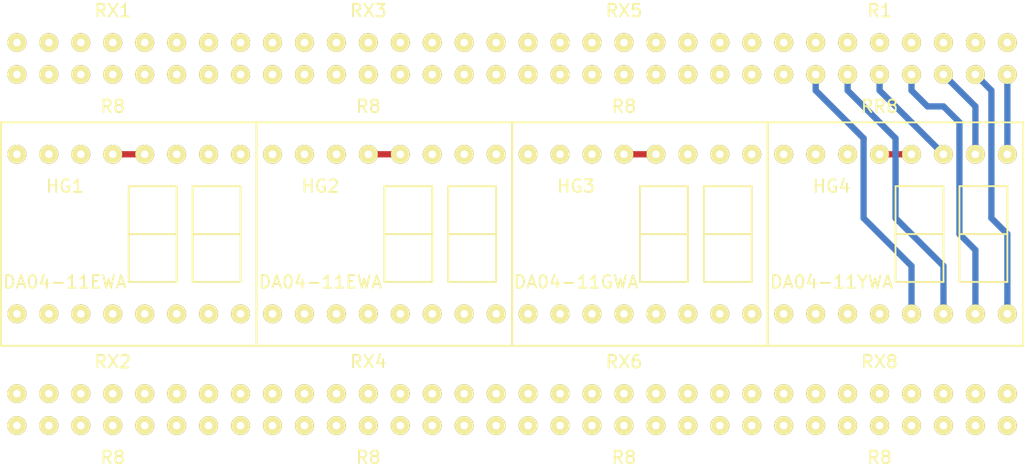
<source format=kicad_pcb>
(kicad_pcb (version 3) (host pcbnew "(22-Jun-2014 BZR 4027)-stable")

  (general
    (links 62)
    (no_connects 51)
    (area 232.875445 80.451 315.289001 117.669)
    (thickness 1.6)
    (drawings 0)
    (tracks 33)
    (zones 0)
    (modules 12)
    (nets 55)
  )

  (page A3)
  (layers
    (15 F.Cu signal)
    (0 B.Cu signal)
    (16 B.Adhes user)
    (17 F.Adhes user)
    (18 B.Paste user)
    (19 F.Paste user)
    (20 B.SilkS user)
    (21 F.SilkS user)
    (22 B.Mask user)
    (23 F.Mask user)
    (24 Dwgs.User user)
    (25 Cmts.User user)
    (26 Eco1.User user)
    (27 Eco2.User user)
    (28 Edge.Cuts user)
  )

  (setup
    (last_trace_width 0.5)
    (trace_clearance 0.254)
    (zone_clearance 0.508)
    (zone_45_only no)
    (trace_min 0.254)
    (segment_width 0.2)
    (edge_width 0.1)
    (via_size 0.889)
    (via_drill 0.635)
    (via_min_size 0.889)
    (via_min_drill 0.508)
    (uvia_size 0.508)
    (uvia_drill 0.127)
    (uvias_allowed no)
    (uvia_min_size 0.508)
    (uvia_min_drill 0.127)
    (pcb_text_width 0.3)
    (pcb_text_size 1.5 1.5)
    (mod_edge_width 0.15)
    (mod_text_size 1 1)
    (mod_text_width 0.15)
    (pad_size 1.5 1.5)
    (pad_drill 0.6)
    (pad_to_mask_clearance 0)
    (aux_axis_origin 0 0)
    (visible_elements FFFFFFBF)
    (pcbplotparams
      (layerselection 3178497)
      (usegerberextensions true)
      (excludeedgelayer true)
      (linewidth 0.150000)
      (plotframeref false)
      (viasonmask false)
      (mode 1)
      (useauxorigin false)
      (hpglpennumber 1)
      (hpglpenspeed 20)
      (hpglpendiameter 15)
      (hpglpenoverlay 2)
      (psnegative false)
      (psa4output false)
      (plotreference true)
      (plotvalue true)
      (plotothertext true)
      (plotinvisibletext false)
      (padsonsilk false)
      (subtractmaskfromsilk false)
      (outputformat 1)
      (mirror false)
      (drillshape 1)
      (scaleselection 1)
      (outputdirectory ""))
  )

  (net 0 "")
  (net 1 /VCC5)
  (net 2 /hg4a1)
  (net 3 /hg4b1)
  (net 4 /hg4c1)
  (net 5 /hg4d1)
  (net 6 /hg4e1)
  (net 7 /hg4f1)
  (net 8 /hg4g1)
  (net 9 N-000001)
  (net 10 N-0000010)
  (net 11 N-0000011)
  (net 12 N-0000012)
  (net 13 N-0000013)
  (net 14 N-0000014)
  (net 15 N-0000015)
  (net 16 N-0000016)
  (net 17 N-0000018)
  (net 18 N-0000019)
  (net 19 N-0000021)
  (net 20 N-0000022)
  (net 21 N-0000023)
  (net 22 N-0000024)
  (net 23 N-0000025)
  (net 24 N-0000026)
  (net 25 N-0000027)
  (net 26 N-0000028)
  (net 27 N-0000029)
  (net 28 N-000003)
  (net 29 N-0000030)
  (net 30 N-0000031)
  (net 31 N-0000032)
  (net 32 N-0000033)
  (net 33 N-0000034)
  (net 34 N-0000035)
  (net 35 N-0000036)
  (net 36 N-0000037)
  (net 37 N-0000038)
  (net 38 N-0000039)
  (net 39 N-000004)
  (net 40 N-0000040)
  (net 41 N-000005)
  (net 42 N-0000058)
  (net 43 N-000006)
  (net 44 N-000007)
  (net 45 N-0000071)
  (net 46 N-0000072)
  (net 47 N-0000073)
  (net 48 N-0000074)
  (net 49 N-0000075)
  (net 50 N-000008)
  (net 51 N-0000080)
  (net 52 N-0000086)
  (net 53 N-0000087)
  (net 54 N-000009)

  (net_class Default "Это класс цепей по умолчанию."
    (clearance 0.254)
    (trace_width 0.5)
    (via_dia 0.889)
    (via_drill 0.635)
    (uvia_dia 0.508)
    (uvia_drill 0.127)
    (add_net "")
    (add_net /VCC5)
    (add_net /hg4a1)
    (add_net /hg4b1)
    (add_net /hg4c1)
    (add_net /hg4d1)
    (add_net /hg4e1)
    (add_net /hg4f1)
    (add_net /hg4g1)
    (add_net N-000001)
    (add_net N-0000010)
    (add_net N-0000011)
    (add_net N-0000012)
    (add_net N-0000013)
    (add_net N-0000014)
    (add_net N-0000015)
    (add_net N-0000016)
    (add_net N-0000018)
    (add_net N-0000019)
    (add_net N-0000021)
    (add_net N-0000022)
    (add_net N-0000023)
    (add_net N-0000024)
    (add_net N-0000025)
    (add_net N-0000026)
    (add_net N-0000027)
    (add_net N-0000028)
    (add_net N-0000029)
    (add_net N-000003)
    (add_net N-0000030)
    (add_net N-0000031)
    (add_net N-0000032)
    (add_net N-0000033)
    (add_net N-0000034)
    (add_net N-0000035)
    (add_net N-0000036)
    (add_net N-0000037)
    (add_net N-0000038)
    (add_net N-0000039)
    (add_net N-000004)
    (add_net N-0000040)
    (add_net N-000005)
    (add_net N-0000058)
    (add_net N-000006)
    (add_net N-000007)
    (add_net N-0000071)
    (add_net N-0000072)
    (add_net N-0000073)
    (add_net N-0000074)
    (add_net N-0000075)
    (add_net N-000008)
    (add_net N-0000080)
    (add_net N-0000086)
    (add_net N-0000087)
    (add_net N-000009)
  )

  (module R8_THRU   locked (layer F.Cu) (tedit 559BE576) (tstamp 559BE616)
    (at 242.57 83.82)
    (path /559BD6AD)
    (fp_text reference RX1 (at 0 -2.54) (layer F.SilkS)
      (effects (font (size 1 1) (thickness 0.15)))
    )
    (fp_text value R8 (at 0 5.08) (layer F.SilkS)
      (effects (font (size 1 1) (thickness 0.15)))
    )
    (pad 1 thru_hole circle (at 10.16 0) (size 1.5 1.5) (drill 0.6)
      (layers *.Cu *.Mask F.SilkS)
    )
    (pad 2 thru_hole circle (at 7.62 0) (size 1.5 1.5) (drill 0.6)
      (layers *.Cu *.Mask F.SilkS)
    )
    (pad 3 thru_hole circle (at 5.08 0) (size 1.5 1.5) (drill 0.6)
      (layers *.Cu *.Mask F.SilkS)
    )
    (pad 4 thru_hole circle (at 2.54 0) (size 1.5 1.5) (drill 0.6)
      (layers *.Cu *.Mask F.SilkS)
    )
    (pad 5 thru_hole circle (at 0 0) (size 1.5 1.5) (drill 0.6)
      (layers *.Cu *.Mask F.SilkS)
    )
    (pad 6 thru_hole circle (at -2.54 0) (size 1.5 1.5) (drill 0.6)
      (layers *.Cu *.Mask F.SilkS)
    )
    (pad 7 thru_hole circle (at -5.08 0) (size 1.5 1.5) (drill 0.6)
      (layers *.Cu *.Mask F.SilkS)
    )
    (pad 8 thru_hole circle (at -7.62 0) (size 1.5 1.5) (drill 0.6)
      (layers *.Cu *.Mask F.SilkS)
    )
    (pad 9 thru_hole circle (at -7.62 2.54) (size 1.5 1.5) (drill 0.6)
      (layers *.Cu *.Mask F.SilkS)
    )
    (pad 10 thru_hole circle (at -5.08 2.54) (size 1.5 1.5) (drill 0.6)
      (layers *.Cu *.Mask F.SilkS)
      (net 28 N-000003)
    )
    (pad 11 thru_hole circle (at -2.54 2.54) (size 1.5 1.5) (drill 0.6)
      (layers *.Cu *.Mask F.SilkS)
      (net 39 N-000004)
    )
    (pad 12 thru_hole circle (at 0 2.54) (size 1.5 1.5) (drill 0.6)
      (layers *.Cu *.Mask F.SilkS)
      (net 41 N-000005)
    )
    (pad 13 thru_hole circle (at 2.54 2.54) (size 1.5 1.5) (drill 0.6)
      (layers *.Cu *.Mask F.SilkS)
      (net 43 N-000006)
    )
    (pad 14 thru_hole circle (at 5.08 2.54) (size 1.5 1.5) (drill 0.6)
      (layers *.Cu *.Mask F.SilkS)
      (net 44 N-000007)
    )
    (pad 15 thru_hole circle (at 7.62 2.54) (size 1.5 1.5) (drill 0.6)
      (layers *.Cu *.Mask F.SilkS)
      (net 50 N-000008)
    )
    (pad 16 thru_hole circle (at 10.16 2.54) (size 1.5 1.5) (drill 0.6)
      (layers *.Cu *.Mask F.SilkS)
      (net 54 N-000009)
    )
  )

  (module R8_THRU   locked (layer F.Cu) (tedit 559BE576) (tstamp 559BE62A)
    (at 242.57 111.76)
    (path /559BD6FC)
    (fp_text reference RX2 (at 0 -2.54) (layer F.SilkS)
      (effects (font (size 1 1) (thickness 0.15)))
    )
    (fp_text value R8 (at 0 5.08) (layer F.SilkS)
      (effects (font (size 1 1) (thickness 0.15)))
    )
    (pad 1 thru_hole circle (at 10.16 0) (size 1.5 1.5) (drill 0.6)
      (layers *.Cu *.Mask F.SilkS)
      (net 10 N-0000010)
    )
    (pad 2 thru_hole circle (at 7.62 0) (size 1.5 1.5) (drill 0.6)
      (layers *.Cu *.Mask F.SilkS)
      (net 33 N-0000034)
    )
    (pad 3 thru_hole circle (at 5.08 0) (size 1.5 1.5) (drill 0.6)
      (layers *.Cu *.Mask F.SilkS)
      (net 32 N-0000033)
    )
    (pad 4 thru_hole circle (at 2.54 0) (size 1.5 1.5) (drill 0.6)
      (layers *.Cu *.Mask F.SilkS)
      (net 31 N-0000032)
    )
    (pad 5 thru_hole circle (at 0 0) (size 1.5 1.5) (drill 0.6)
      (layers *.Cu *.Mask F.SilkS)
      (net 30 N-0000031)
    )
    (pad 6 thru_hole circle (at -2.54 0) (size 1.5 1.5) (drill 0.6)
      (layers *.Cu *.Mask F.SilkS)
      (net 29 N-0000030)
    )
    (pad 7 thru_hole circle (at -5.08 0) (size 1.5 1.5) (drill 0.6)
      (layers *.Cu *.Mask F.SilkS)
      (net 27 N-0000029)
    )
    (pad 8 thru_hole circle (at -7.62 0) (size 1.5 1.5) (drill 0.6)
      (layers *.Cu *.Mask F.SilkS)
      (net 26 N-0000028)
    )
    (pad 9 thru_hole circle (at -7.62 2.54) (size 1.5 1.5) (drill 0.6)
      (layers *.Cu *.Mask F.SilkS)
    )
    (pad 10 thru_hole circle (at -5.08 2.54) (size 1.5 1.5) (drill 0.6)
      (layers *.Cu *.Mask F.SilkS)
    )
    (pad 11 thru_hole circle (at -2.54 2.54) (size 1.5 1.5) (drill 0.6)
      (layers *.Cu *.Mask F.SilkS)
    )
    (pad 12 thru_hole circle (at 0 2.54) (size 1.5 1.5) (drill 0.6)
      (layers *.Cu *.Mask F.SilkS)
    )
    (pad 13 thru_hole circle (at 2.54 2.54) (size 1.5 1.5) (drill 0.6)
      (layers *.Cu *.Mask F.SilkS)
    )
    (pad 14 thru_hole circle (at 5.08 2.54) (size 1.5 1.5) (drill 0.6)
      (layers *.Cu *.Mask F.SilkS)
    )
    (pad 15 thru_hole circle (at 7.62 2.54) (size 1.5 1.5) (drill 0.6)
      (layers *.Cu *.Mask F.SilkS)
    )
    (pad 16 thru_hole circle (at 10.16 2.54) (size 1.5 1.5) (drill 0.6)
      (layers *.Cu *.Mask F.SilkS)
    )
  )

  (module R8_THRU   locked (layer F.Cu) (tedit 559BE576) (tstamp 559BE63E)
    (at 262.89 83.82)
    (path /559BD71F)
    (fp_text reference RX3 (at 0 -2.54) (layer F.SilkS)
      (effects (font (size 1 1) (thickness 0.15)))
    )
    (fp_text value R8 (at 0 5.08) (layer F.SilkS)
      (effects (font (size 1 1) (thickness 0.15)))
    )
    (pad 1 thru_hole circle (at 10.16 0) (size 1.5 1.5) (drill 0.6)
      (layers *.Cu *.Mask F.SilkS)
    )
    (pad 2 thru_hole circle (at 7.62 0) (size 1.5 1.5) (drill 0.6)
      (layers *.Cu *.Mask F.SilkS)
    )
    (pad 3 thru_hole circle (at 5.08 0) (size 1.5 1.5) (drill 0.6)
      (layers *.Cu *.Mask F.SilkS)
    )
    (pad 4 thru_hole circle (at 2.54 0) (size 1.5 1.5) (drill 0.6)
      (layers *.Cu *.Mask F.SilkS)
    )
    (pad 5 thru_hole circle (at 0 0) (size 1.5 1.5) (drill 0.6)
      (layers *.Cu *.Mask F.SilkS)
    )
    (pad 6 thru_hole circle (at -2.54 0) (size 1.5 1.5) (drill 0.6)
      (layers *.Cu *.Mask F.SilkS)
    )
    (pad 7 thru_hole circle (at -5.08 0) (size 1.5 1.5) (drill 0.6)
      (layers *.Cu *.Mask F.SilkS)
    )
    (pad 8 thru_hole circle (at -7.62 0) (size 1.5 1.5) (drill 0.6)
      (layers *.Cu *.Mask F.SilkS)
    )
    (pad 9 thru_hole circle (at -7.62 2.54) (size 1.5 1.5) (drill 0.6)
      (layers *.Cu *.Mask F.SilkS)
    )
    (pad 10 thru_hole circle (at -5.08 2.54) (size 1.5 1.5) (drill 0.6)
      (layers *.Cu *.Mask F.SilkS)
      (net 19 N-0000021)
    )
    (pad 11 thru_hole circle (at -2.54 2.54) (size 1.5 1.5) (drill 0.6)
      (layers *.Cu *.Mask F.SilkS)
      (net 20 N-0000022)
    )
    (pad 12 thru_hole circle (at 0 2.54) (size 1.5 1.5) (drill 0.6)
      (layers *.Cu *.Mask F.SilkS)
      (net 21 N-0000023)
    )
    (pad 13 thru_hole circle (at 2.54 2.54) (size 1.5 1.5) (drill 0.6)
      (layers *.Cu *.Mask F.SilkS)
      (net 22 N-0000024)
    )
    (pad 14 thru_hole circle (at 5.08 2.54) (size 1.5 1.5) (drill 0.6)
      (layers *.Cu *.Mask F.SilkS)
      (net 23 N-0000025)
    )
    (pad 15 thru_hole circle (at 7.62 2.54) (size 1.5 1.5) (drill 0.6)
      (layers *.Cu *.Mask F.SilkS)
      (net 24 N-0000026)
    )
    (pad 16 thru_hole circle (at 10.16 2.54) (size 1.5 1.5) (drill 0.6)
      (layers *.Cu *.Mask F.SilkS)
      (net 17 N-0000018)
    )
  )

  (module R8_THRU   locked (layer F.Cu) (tedit 559BE576) (tstamp 559BE652)
    (at 262.89 111.76)
    (path /559BD74A)
    (fp_text reference RX4 (at 0 -2.54) (layer F.SilkS)
      (effects (font (size 1 1) (thickness 0.15)))
    )
    (fp_text value R8 (at 0 5.08) (layer F.SilkS)
      (effects (font (size 1 1) (thickness 0.15)))
    )
    (pad 1 thru_hole circle (at 10.16 0) (size 1.5 1.5) (drill 0.6)
      (layers *.Cu *.Mask F.SilkS)
      (net 18 N-0000019)
    )
    (pad 2 thru_hole circle (at 7.62 0) (size 1.5 1.5) (drill 0.6)
      (layers *.Cu *.Mask F.SilkS)
      (net 38 N-0000039)
    )
    (pad 3 thru_hole circle (at 5.08 0) (size 1.5 1.5) (drill 0.6)
      (layers *.Cu *.Mask F.SilkS)
      (net 37 N-0000038)
    )
    (pad 4 thru_hole circle (at 2.54 0) (size 1.5 1.5) (drill 0.6)
      (layers *.Cu *.Mask F.SilkS)
      (net 36 N-0000037)
    )
    (pad 5 thru_hole circle (at 0 0) (size 1.5 1.5) (drill 0.6)
      (layers *.Cu *.Mask F.SilkS)
      (net 35 N-0000036)
    )
    (pad 6 thru_hole circle (at -2.54 0) (size 1.5 1.5) (drill 0.6)
      (layers *.Cu *.Mask F.SilkS)
      (net 34 N-0000035)
    )
    (pad 7 thru_hole circle (at -5.08 0) (size 1.5 1.5) (drill 0.6)
      (layers *.Cu *.Mask F.SilkS)
      (net 40 N-0000040)
    )
    (pad 8 thru_hole circle (at -7.62 0) (size 1.5 1.5) (drill 0.6)
      (layers *.Cu *.Mask F.SilkS)
      (net 42 N-0000058)
    )
    (pad 9 thru_hole circle (at -7.62 2.54) (size 1.5 1.5) (drill 0.6)
      (layers *.Cu *.Mask F.SilkS)
    )
    (pad 10 thru_hole circle (at -5.08 2.54) (size 1.5 1.5) (drill 0.6)
      (layers *.Cu *.Mask F.SilkS)
    )
    (pad 11 thru_hole circle (at -2.54 2.54) (size 1.5 1.5) (drill 0.6)
      (layers *.Cu *.Mask F.SilkS)
    )
    (pad 12 thru_hole circle (at 0 2.54) (size 1.5 1.5) (drill 0.6)
      (layers *.Cu *.Mask F.SilkS)
    )
    (pad 13 thru_hole circle (at 2.54 2.54) (size 1.5 1.5) (drill 0.6)
      (layers *.Cu *.Mask F.SilkS)
    )
    (pad 14 thru_hole circle (at 5.08 2.54) (size 1.5 1.5) (drill 0.6)
      (layers *.Cu *.Mask F.SilkS)
    )
    (pad 15 thru_hole circle (at 7.62 2.54) (size 1.5 1.5) (drill 0.6)
      (layers *.Cu *.Mask F.SilkS)
    )
    (pad 16 thru_hole circle (at 10.16 2.54) (size 1.5 1.5) (drill 0.6)
      (layers *.Cu *.Mask F.SilkS)
    )
  )

  (module R8_THRU   locked (layer F.Cu) (tedit 559BE576) (tstamp 559BE666)
    (at 283.21 83.82)
    (path /559BD77B)
    (fp_text reference RX5 (at 0 -2.54) (layer F.SilkS)
      (effects (font (size 1 1) (thickness 0.15)))
    )
    (fp_text value R8 (at 0 5.08) (layer F.SilkS)
      (effects (font (size 1 1) (thickness 0.15)))
    )
    (pad 1 thru_hole circle (at 10.16 0) (size 1.5 1.5) (drill 0.6)
      (layers *.Cu *.Mask F.SilkS)
    )
    (pad 2 thru_hole circle (at 7.62 0) (size 1.5 1.5) (drill 0.6)
      (layers *.Cu *.Mask F.SilkS)
    )
    (pad 3 thru_hole circle (at 5.08 0) (size 1.5 1.5) (drill 0.6)
      (layers *.Cu *.Mask F.SilkS)
    )
    (pad 4 thru_hole circle (at 2.54 0) (size 1.5 1.5) (drill 0.6)
      (layers *.Cu *.Mask F.SilkS)
    )
    (pad 5 thru_hole circle (at 0 0) (size 1.5 1.5) (drill 0.6)
      (layers *.Cu *.Mask F.SilkS)
    )
    (pad 6 thru_hole circle (at -2.54 0) (size 1.5 1.5) (drill 0.6)
      (layers *.Cu *.Mask F.SilkS)
    )
    (pad 7 thru_hole circle (at -5.08 0) (size 1.5 1.5) (drill 0.6)
      (layers *.Cu *.Mask F.SilkS)
    )
    (pad 8 thru_hole circle (at -7.62 0) (size 1.5 1.5) (drill 0.6)
      (layers *.Cu *.Mask F.SilkS)
    )
    (pad 9 thru_hole circle (at -7.62 2.54) (size 1.5 1.5) (drill 0.6)
      (layers *.Cu *.Mask F.SilkS)
    )
    (pad 10 thru_hole circle (at -5.08 2.54) (size 1.5 1.5) (drill 0.6)
      (layers *.Cu *.Mask F.SilkS)
      (net 16 N-0000016)
    )
    (pad 11 thru_hole circle (at -2.54 2.54) (size 1.5 1.5) (drill 0.6)
      (layers *.Cu *.Mask F.SilkS)
      (net 15 N-0000015)
    )
    (pad 12 thru_hole circle (at 0 2.54) (size 1.5 1.5) (drill 0.6)
      (layers *.Cu *.Mask F.SilkS)
      (net 14 N-0000014)
    )
    (pad 13 thru_hole circle (at 2.54 2.54) (size 1.5 1.5) (drill 0.6)
      (layers *.Cu *.Mask F.SilkS)
      (net 13 N-0000013)
    )
    (pad 14 thru_hole circle (at 5.08 2.54) (size 1.5 1.5) (drill 0.6)
      (layers *.Cu *.Mask F.SilkS)
      (net 12 N-0000012)
    )
    (pad 15 thru_hole circle (at 7.62 2.54) (size 1.5 1.5) (drill 0.6)
      (layers *.Cu *.Mask F.SilkS)
      (net 11 N-0000011)
    )
    (pad 16 thru_hole circle (at 10.16 2.54) (size 1.5 1.5) (drill 0.6)
      (layers *.Cu *.Mask F.SilkS)
      (net 9 N-000001)
    )
  )

  (module R8_THRU   locked (layer F.Cu) (tedit 559BE576) (tstamp 559BE67A)
    (at 283.21 111.76)
    (path /559BD8A4)
    (fp_text reference RX6 (at 0 -2.54) (layer F.SilkS)
      (effects (font (size 1 1) (thickness 0.15)))
    )
    (fp_text value R8 (at 0 5.08) (layer F.SilkS)
      (effects (font (size 1 1) (thickness 0.15)))
    )
    (pad 1 thru_hole circle (at 10.16 0) (size 1.5 1.5) (drill 0.6)
      (layers *.Cu *.Mask F.SilkS)
      (net 53 N-0000087)
    )
    (pad 2 thru_hole circle (at 7.62 0) (size 1.5 1.5) (drill 0.6)
      (layers *.Cu *.Mask F.SilkS)
      (net 52 N-0000086)
    )
    (pad 3 thru_hole circle (at 5.08 0) (size 1.5 1.5) (drill 0.6)
      (layers *.Cu *.Mask F.SilkS)
      (net 51 N-0000080)
    )
    (pad 4 thru_hole circle (at 2.54 0) (size 1.5 1.5) (drill 0.6)
      (layers *.Cu *.Mask F.SilkS)
      (net 49 N-0000075)
    )
    (pad 5 thru_hole circle (at 0 0) (size 1.5 1.5) (drill 0.6)
      (layers *.Cu *.Mask F.SilkS)
      (net 48 N-0000074)
    )
    (pad 6 thru_hole circle (at -2.54 0) (size 1.5 1.5) (drill 0.6)
      (layers *.Cu *.Mask F.SilkS)
      (net 47 N-0000073)
    )
    (pad 7 thru_hole circle (at -5.08 0) (size 1.5 1.5) (drill 0.6)
      (layers *.Cu *.Mask F.SilkS)
      (net 46 N-0000072)
    )
    (pad 8 thru_hole circle (at -7.62 0) (size 1.5 1.5) (drill 0.6)
      (layers *.Cu *.Mask F.SilkS)
      (net 45 N-0000071)
    )
    (pad 9 thru_hole circle (at -7.62 2.54) (size 1.5 1.5) (drill 0.6)
      (layers *.Cu *.Mask F.SilkS)
    )
    (pad 10 thru_hole circle (at -5.08 2.54) (size 1.5 1.5) (drill 0.6)
      (layers *.Cu *.Mask F.SilkS)
    )
    (pad 11 thru_hole circle (at -2.54 2.54) (size 1.5 1.5) (drill 0.6)
      (layers *.Cu *.Mask F.SilkS)
    )
    (pad 12 thru_hole circle (at 0 2.54) (size 1.5 1.5) (drill 0.6)
      (layers *.Cu *.Mask F.SilkS)
    )
    (pad 13 thru_hole circle (at 2.54 2.54) (size 1.5 1.5) (drill 0.6)
      (layers *.Cu *.Mask F.SilkS)
    )
    (pad 14 thru_hole circle (at 5.08 2.54) (size 1.5 1.5) (drill 0.6)
      (layers *.Cu *.Mask F.SilkS)
    )
    (pad 15 thru_hole circle (at 7.62 2.54) (size 1.5 1.5) (drill 0.6)
      (layers *.Cu *.Mask F.SilkS)
    )
    (pad 16 thru_hole circle (at 10.16 2.54) (size 1.5 1.5) (drill 0.6)
      (layers *.Cu *.Mask F.SilkS)
    )
  )

  (module R8_THRU   locked (layer F.Cu) (tedit 559BE576) (tstamp 559BE6A2)
    (at 303.53 111.76)
    (path /559BD910)
    (fp_text reference RX8 (at 0 -2.54) (layer F.SilkS)
      (effects (font (size 1 1) (thickness 0.15)))
    )
    (fp_text value R8 (at 0 5.08) (layer F.SilkS)
      (effects (font (size 1 1) (thickness 0.15)))
    )
    (pad 1 thru_hole circle (at 10.16 0) (size 1.5 1.5) (drill 0.6)
      (layers *.Cu *.Mask F.SilkS)
      (net 31 N-0000032)
    )
    (pad 2 thru_hole circle (at 7.62 0) (size 1.5 1.5) (drill 0.6)
      (layers *.Cu *.Mask F.SilkS)
      (net 30 N-0000031)
    )
    (pad 3 thru_hole circle (at 5.08 0) (size 1.5 1.5) (drill 0.6)
      (layers *.Cu *.Mask F.SilkS)
      (net 29 N-0000030)
    )
    (pad 4 thru_hole circle (at 2.54 0) (size 1.5 1.5) (drill 0.6)
      (layers *.Cu *.Mask F.SilkS)
      (net 27 N-0000029)
    )
    (pad 5 thru_hole circle (at 0 0) (size 1.5 1.5) (drill 0.6)
      (layers *.Cu *.Mask F.SilkS)
      (net 18 N-0000019)
    )
    (pad 6 thru_hole circle (at -2.54 0) (size 1.5 1.5) (drill 0.6)
      (layers *.Cu *.Mask F.SilkS)
      (net 25 N-0000027)
    )
    (pad 7 thru_hole circle (at -5.08 0) (size 1.5 1.5) (drill 0.6)
      (layers *.Cu *.Mask F.SilkS)
      (net 24 N-0000026)
    )
    (pad 8 thru_hole circle (at -7.62 0) (size 1.5 1.5) (drill 0.6)
      (layers *.Cu *.Mask F.SilkS)
    )
    (pad 9 thru_hole circle (at -7.62 2.54) (size 1.5 1.5) (drill 0.6)
      (layers *.Cu *.Mask F.SilkS)
    )
    (pad 10 thru_hole circle (at -5.08 2.54) (size 1.5 1.5) (drill 0.6)
      (layers *.Cu *.Mask F.SilkS)
    )
    (pad 11 thru_hole circle (at -2.54 2.54) (size 1.5 1.5) (drill 0.6)
      (layers *.Cu *.Mask F.SilkS)
    )
    (pad 12 thru_hole circle (at 0 2.54) (size 1.5 1.5) (drill 0.6)
      (layers *.Cu *.Mask F.SilkS)
    )
    (pad 13 thru_hole circle (at 2.54 2.54) (size 1.5 1.5) (drill 0.6)
      (layers *.Cu *.Mask F.SilkS)
    )
    (pad 14 thru_hole circle (at 5.08 2.54) (size 1.5 1.5) (drill 0.6)
      (layers *.Cu *.Mask F.SilkS)
    )
    (pad 15 thru_hole circle (at 7.62 2.54) (size 1.5 1.5) (drill 0.6)
      (layers *.Cu *.Mask F.SilkS)
    )
    (pad 16 thru_hole circle (at 10.16 2.54) (size 1.5 1.5) (drill 0.6)
      (layers *.Cu *.Mask F.SilkS)
    )
  )

  (module DA04-11xWA   locked (layer F.Cu) (tedit 559BE62C) (tstamp 559BE6C4)
    (at 242.57 97.79)
    (path /559BB2A3)
    (fp_text reference HG1 (at -3.81 -2.54) (layer F.SilkS)
      (effects (font (size 1 1) (thickness 0.15)))
    )
    (fp_text value DA04-11EWA (at -3.81 5.08) (layer F.SilkS)
      (effects (font (size 1 1) (thickness 0.15)))
    )
    (fp_line (start 1.27 1.27) (end 5.08 1.27) (layer F.SilkS) (width 0.15))
    (fp_line (start 5.08 -2.54) (end 5.08 5.08) (layer F.SilkS) (width 0.15))
    (fp_line (start 5.08 5.08) (end 1.27 5.08) (layer F.SilkS) (width 0.15))
    (fp_line (start 1.27 5.08) (end 1.27 -2.54) (layer F.SilkS) (width 0.15))
    (fp_line (start 1.27 -2.54) (end 5.08 -2.54) (layer F.SilkS) (width 0.15))
    (fp_line (start 6.35 1.27) (end 10.16 1.27) (layer F.SilkS) (width 0.15))
    (fp_line (start 10.16 -2.54) (end 10.16 5.08) (layer F.SilkS) (width 0.15))
    (fp_line (start 10.16 5.08) (end 6.35 5.08) (layer F.SilkS) (width 0.15))
    (fp_line (start 6.35 5.08) (end 6.35 -2.54) (layer F.SilkS) (width 0.15))
    (fp_line (start 6.35 -2.54) (end 10.16 -2.54) (layer F.SilkS) (width 0.15))
    (fp_line (start -8.89 -7.62) (end 11.43 -7.62) (layer F.SilkS) (width 0.15))
    (fp_line (start 11.43 -7.62) (end 11.43 10.16) (layer F.SilkS) (width 0.15))
    (fp_line (start 11.43 10.16) (end -8.89 10.16) (layer F.SilkS) (width 0.15))
    (fp_line (start -8.89 10.16) (end -8.89 -7.62) (layer F.SilkS) (width 0.15))
    (pad 2 thru_hole circle (at 7.62 -5.08) (size 1.5 1.5) (drill 0.6)
      (layers *.Cu *.Mask F.SilkS)
      (net 41 N-000005)
    )
    (pad 3 thru_hole circle (at 5.08 -5.08) (size 1.5 1.5) (drill 0.6)
      (layers *.Cu *.Mask F.SilkS)
      (net 43 N-000006)
    )
    (pad 4 thru_hole circle (at 2.54 -5.08) (size 1.5 1.5) (drill 0.6)
      (layers *.Cu *.Mask F.SilkS)
      (net 1 /VCC5)
    )
    (pad 5 thru_hole circle (at 0 -5.08) (size 1.5 1.5) (drill 0.6)
      (layers *.Cu *.Mask F.SilkS)
      (net 1 /VCC5)
    )
    (pad 6 thru_hole circle (at -2.54 -5.08) (size 1.5 1.5) (drill 0.6)
      (layers *.Cu *.Mask F.SilkS)
      (net 31 N-0000032)
    )
    (pad 7 thru_hole circle (at -5.08 -5.08) (size 1.5 1.5) (drill 0.6)
      (layers *.Cu *.Mask F.SilkS)
      (net 30 N-0000031)
    )
    (pad 8 thru_hole circle (at -7.62 -5.08) (size 1.5 1.5) (drill 0.6)
      (layers *.Cu *.Mask F.SilkS)
      (net 32 N-0000033)
    )
    (pad 9 thru_hole circle (at -7.62 7.62) (size 1.5 1.5) (drill 0.6)
      (layers *.Cu *.Mask F.SilkS)
      (net 27 N-0000029)
    )
    (pad 10 thru_hole circle (at -5.08 7.62) (size 1.5 1.5) (drill 0.6)
      (layers *.Cu *.Mask F.SilkS)
      (net 10 N-0000010)
    )
    (pad 11 thru_hole circle (at -2.54 7.62) (size 1.5 1.5) (drill 0.6)
      (layers *.Cu *.Mask F.SilkS)
      (net 29 N-0000030)
    )
    (pad 12 thru_hole circle (at 0 7.62) (size 1.5 1.5) (drill 0.6)
      (layers *.Cu *.Mask F.SilkS)
      (net 33 N-0000034)
    )
    (pad 13 thru_hole circle (at 2.54 7.62) (size 1.5 1.5) (drill 0.6)
      (layers *.Cu *.Mask F.SilkS)
      (net 50 N-000008)
    )
    (pad 14 thru_hole circle (at 5.08 7.62) (size 1.5 1.5) (drill 0.6)
      (layers *.Cu *.Mask F.SilkS)
      (net 39 N-000004)
    )
    (pad 15 thru_hole circle (at 7.62 7.62) (size 1.5 1.5) (drill 0.6)
      (layers *.Cu *.Mask F.SilkS)
      (net 54 N-000009)
    )
    (pad 16 thru_hole circle (at 10.16 7.62) (size 1.5 1.5) (drill 0.6)
      (layers *.Cu *.Mask F.SilkS)
      (net 28 N-000003)
    )
    (pad 1 thru_hole circle (at 10.16 -5.08) (size 1.5 1.5) (drill 0.6)
      (layers *.Cu *.Mask F.SilkS)
      (net 44 N-000007)
    )
  )

  (module DA04-11xWA   locked (layer F.Cu) (tedit 559BE661) (tstamp 559BE6E6)
    (at 262.89 97.79)
    (path /559BB2EE)
    (fp_text reference HG2 (at -3.81 -2.54) (layer F.SilkS)
      (effects (font (size 1 1) (thickness 0.15)))
    )
    (fp_text value DA04-11EWA (at -3.81 5.08) (layer F.SilkS)
      (effects (font (size 1 1) (thickness 0.15)))
    )
    (fp_line (start 1.27 1.27) (end 5.08 1.27) (layer F.SilkS) (width 0.15))
    (fp_line (start 5.08 -2.54) (end 5.08 5.08) (layer F.SilkS) (width 0.15))
    (fp_line (start 5.08 5.08) (end 1.27 5.08) (layer F.SilkS) (width 0.15))
    (fp_line (start 1.27 5.08) (end 1.27 -2.54) (layer F.SilkS) (width 0.15))
    (fp_line (start 1.27 -2.54) (end 5.08 -2.54) (layer F.SilkS) (width 0.15))
    (fp_line (start 6.35 1.27) (end 10.16 1.27) (layer F.SilkS) (width 0.15))
    (fp_line (start 10.16 -2.54) (end 10.16 5.08) (layer F.SilkS) (width 0.15))
    (fp_line (start 10.16 5.08) (end 6.35 5.08) (layer F.SilkS) (width 0.15))
    (fp_line (start 6.35 5.08) (end 6.35 -2.54) (layer F.SilkS) (width 0.15))
    (fp_line (start 6.35 -2.54) (end 10.16 -2.54) (layer F.SilkS) (width 0.15))
    (fp_line (start -8.89 -7.62) (end 11.43 -7.62) (layer F.SilkS) (width 0.15))
    (fp_line (start 11.43 -7.62) (end 11.43 10.16) (layer F.SilkS) (width 0.15))
    (fp_line (start 11.43 10.16) (end -8.89 10.16) (layer F.SilkS) (width 0.15))
    (fp_line (start -8.89 10.16) (end -8.89 -7.62) (layer F.SilkS) (width 0.15))
    (pad 2 thru_hole circle (at 7.62 -5.08) (size 1.5 1.5) (drill 0.6)
      (layers *.Cu *.Mask F.SilkS)
      (net 21 N-0000023)
    )
    (pad 3 thru_hole circle (at 5.08 -5.08) (size 1.5 1.5) (drill 0.6)
      (layers *.Cu *.Mask F.SilkS)
      (net 22 N-0000024)
    )
    (pad 4 thru_hole circle (at 2.54 -5.08) (size 1.5 1.5) (drill 0.6)
      (layers *.Cu *.Mask F.SilkS)
      (net 1 /VCC5)
    )
    (pad 5 thru_hole circle (at 0 -5.08) (size 1.5 1.5) (drill 0.6)
      (layers *.Cu *.Mask F.SilkS)
      (net 1 /VCC5)
    )
    (pad 6 thru_hole circle (at -2.54 -5.08) (size 1.5 1.5) (drill 0.6)
      (layers *.Cu *.Mask F.SilkS)
      (net 36 N-0000037)
    )
    (pad 7 thru_hole circle (at -5.08 -5.08) (size 1.5 1.5) (drill 0.6)
      (layers *.Cu *.Mask F.SilkS)
      (net 35 N-0000036)
    )
    (pad 8 thru_hole circle (at -7.62 -5.08) (size 1.5 1.5) (drill 0.6)
      (layers *.Cu *.Mask F.SilkS)
      (net 37 N-0000038)
    )
    (pad 9 thru_hole circle (at -7.62 7.62) (size 1.5 1.5) (drill 0.6)
      (layers *.Cu *.Mask F.SilkS)
      (net 40 N-0000040)
    )
    (pad 10 thru_hole circle (at -5.08 7.62) (size 1.5 1.5) (drill 0.6)
      (layers *.Cu *.Mask F.SilkS)
      (net 18 N-0000019)
    )
    (pad 11 thru_hole circle (at -2.54 7.62) (size 1.5 1.5) (drill 0.6)
      (layers *.Cu *.Mask F.SilkS)
      (net 34 N-0000035)
    )
    (pad 12 thru_hole circle (at 0 7.62) (size 1.5 1.5) (drill 0.6)
      (layers *.Cu *.Mask F.SilkS)
      (net 38 N-0000039)
    )
    (pad 13 thru_hole circle (at 2.54 7.62) (size 1.5 1.5) (drill 0.6)
      (layers *.Cu *.Mask F.SilkS)
      (net 24 N-0000026)
    )
    (pad 14 thru_hole circle (at 5.08 7.62) (size 1.5 1.5) (drill 0.6)
      (layers *.Cu *.Mask F.SilkS)
      (net 20 N-0000022)
    )
    (pad 15 thru_hole circle (at 7.62 7.62) (size 1.5 1.5) (drill 0.6)
      (layers *.Cu *.Mask F.SilkS)
      (net 17 N-0000018)
    )
    (pad 16 thru_hole circle (at 10.16 7.62) (size 1.5 1.5) (drill 0.6)
      (layers *.Cu *.Mask F.SilkS)
      (net 19 N-0000021)
    )
    (pad 1 thru_hole circle (at 10.16 -5.08) (size 1.5 1.5) (drill 0.6)
      (layers *.Cu *.Mask F.SilkS)
      (net 23 N-0000025)
    )
  )

  (module DA04-11xWA   locked (layer F.Cu) (tedit 559BE66B) (tstamp 559BE708)
    (at 283.21 97.79)
    (path /559BB327)
    (fp_text reference HG3 (at -3.81 -2.54) (layer F.SilkS)
      (effects (font (size 1 1) (thickness 0.15)))
    )
    (fp_text value DA04-11GWA (at -3.81 5.08) (layer F.SilkS)
      (effects (font (size 1 1) (thickness 0.15)))
    )
    (fp_line (start 1.27 1.27) (end 5.08 1.27) (layer F.SilkS) (width 0.15))
    (fp_line (start 5.08 -2.54) (end 5.08 5.08) (layer F.SilkS) (width 0.15))
    (fp_line (start 5.08 5.08) (end 1.27 5.08) (layer F.SilkS) (width 0.15))
    (fp_line (start 1.27 5.08) (end 1.27 -2.54) (layer F.SilkS) (width 0.15))
    (fp_line (start 1.27 -2.54) (end 5.08 -2.54) (layer F.SilkS) (width 0.15))
    (fp_line (start 6.35 1.27) (end 10.16 1.27) (layer F.SilkS) (width 0.15))
    (fp_line (start 10.16 -2.54) (end 10.16 5.08) (layer F.SilkS) (width 0.15))
    (fp_line (start 10.16 5.08) (end 6.35 5.08) (layer F.SilkS) (width 0.15))
    (fp_line (start 6.35 5.08) (end 6.35 -2.54) (layer F.SilkS) (width 0.15))
    (fp_line (start 6.35 -2.54) (end 10.16 -2.54) (layer F.SilkS) (width 0.15))
    (fp_line (start -8.89 -7.62) (end 11.43 -7.62) (layer F.SilkS) (width 0.15))
    (fp_line (start 11.43 -7.62) (end 11.43 10.16) (layer F.SilkS) (width 0.15))
    (fp_line (start 11.43 10.16) (end -8.89 10.16) (layer F.SilkS) (width 0.15))
    (fp_line (start -8.89 10.16) (end -8.89 -7.62) (layer F.SilkS) (width 0.15))
    (pad 2 thru_hole circle (at 7.62 -5.08) (size 1.5 1.5) (drill 0.6)
      (layers *.Cu *.Mask F.SilkS)
      (net 14 N-0000014)
    )
    (pad 3 thru_hole circle (at 5.08 -5.08) (size 1.5 1.5) (drill 0.6)
      (layers *.Cu *.Mask F.SilkS)
      (net 13 N-0000013)
    )
    (pad 4 thru_hole circle (at 2.54 -5.08) (size 1.5 1.5) (drill 0.6)
      (layers *.Cu *.Mask F.SilkS)
      (net 1 /VCC5)
    )
    (pad 5 thru_hole circle (at 0 -5.08) (size 1.5 1.5) (drill 0.6)
      (layers *.Cu *.Mask F.SilkS)
      (net 1 /VCC5)
    )
    (pad 6 thru_hole circle (at -2.54 -5.08) (size 1.5 1.5) (drill 0.6)
      (layers *.Cu *.Mask F.SilkS)
      (net 49 N-0000075)
    )
    (pad 7 thru_hole circle (at -5.08 -5.08) (size 1.5 1.5) (drill 0.6)
      (layers *.Cu *.Mask F.SilkS)
      (net 48 N-0000074)
    )
    (pad 8 thru_hole circle (at -7.62 -5.08) (size 1.5 1.5) (drill 0.6)
      (layers *.Cu *.Mask F.SilkS)
      (net 51 N-0000080)
    )
    (pad 9 thru_hole circle (at -7.62 7.62) (size 1.5 1.5) (drill 0.6)
      (layers *.Cu *.Mask F.SilkS)
      (net 46 N-0000072)
    )
    (pad 10 thru_hole circle (at -5.08 7.62) (size 1.5 1.5) (drill 0.6)
      (layers *.Cu *.Mask F.SilkS)
      (net 53 N-0000087)
    )
    (pad 11 thru_hole circle (at -2.54 7.62) (size 1.5 1.5) (drill 0.6)
      (layers *.Cu *.Mask F.SilkS)
      (net 47 N-0000073)
    )
    (pad 12 thru_hole circle (at 0 7.62) (size 1.5 1.5) (drill 0.6)
      (layers *.Cu *.Mask F.SilkS)
      (net 52 N-0000086)
    )
    (pad 13 thru_hole circle (at 2.54 7.62) (size 1.5 1.5) (drill 0.6)
      (layers *.Cu *.Mask F.SilkS)
      (net 11 N-0000011)
    )
    (pad 14 thru_hole circle (at 5.08 7.62) (size 1.5 1.5) (drill 0.6)
      (layers *.Cu *.Mask F.SilkS)
      (net 15 N-0000015)
    )
    (pad 15 thru_hole circle (at 7.62 7.62) (size 1.5 1.5) (drill 0.6)
      (layers *.Cu *.Mask F.SilkS)
      (net 9 N-000001)
    )
    (pad 16 thru_hole circle (at 10.16 7.62) (size 1.5 1.5) (drill 0.6)
      (layers *.Cu *.Mask F.SilkS)
      (net 16 N-0000016)
    )
    (pad 1 thru_hole circle (at 10.16 -5.08) (size 1.5 1.5) (drill 0.6)
      (layers *.Cu *.Mask F.SilkS)
      (net 12 N-0000012)
    )
  )

  (module DA04-11xWA   locked (layer F.Cu) (tedit 559BE674) (tstamp 559BE72A)
    (at 303.53 97.79)
    (path /559BB36A)
    (fp_text reference HG4 (at -3.81 -2.54) (layer F.SilkS)
      (effects (font (size 1 1) (thickness 0.15)))
    )
    (fp_text value DA04-11YWA (at -3.81 5.08) (layer F.SilkS)
      (effects (font (size 1 1) (thickness 0.15)))
    )
    (fp_line (start 1.27 1.27) (end 5.08 1.27) (layer F.SilkS) (width 0.15))
    (fp_line (start 5.08 -2.54) (end 5.08 5.08) (layer F.SilkS) (width 0.15))
    (fp_line (start 5.08 5.08) (end 1.27 5.08) (layer F.SilkS) (width 0.15))
    (fp_line (start 1.27 5.08) (end 1.27 -2.54) (layer F.SilkS) (width 0.15))
    (fp_line (start 1.27 -2.54) (end 5.08 -2.54) (layer F.SilkS) (width 0.15))
    (fp_line (start 6.35 1.27) (end 10.16 1.27) (layer F.SilkS) (width 0.15))
    (fp_line (start 10.16 -2.54) (end 10.16 5.08) (layer F.SilkS) (width 0.15))
    (fp_line (start 10.16 5.08) (end 6.35 5.08) (layer F.SilkS) (width 0.15))
    (fp_line (start 6.35 5.08) (end 6.35 -2.54) (layer F.SilkS) (width 0.15))
    (fp_line (start 6.35 -2.54) (end 10.16 -2.54) (layer F.SilkS) (width 0.15))
    (fp_line (start -8.89 -7.62) (end 11.43 -7.62) (layer F.SilkS) (width 0.15))
    (fp_line (start 11.43 -7.62) (end 11.43 10.16) (layer F.SilkS) (width 0.15))
    (fp_line (start 11.43 10.16) (end -8.89 10.16) (layer F.SilkS) (width 0.15))
    (fp_line (start -8.89 10.16) (end -8.89 -7.62) (layer F.SilkS) (width 0.15))
    (pad 2 thru_hole circle (at 7.62 -5.08) (size 1.5 1.5) (drill 0.6)
      (layers *.Cu *.Mask F.SilkS)
      (net 6 /hg4e1)
    )
    (pad 3 thru_hole circle (at 5.08 -5.08) (size 1.5 1.5) (drill 0.6)
      (layers *.Cu *.Mask F.SilkS)
      (net 5 /hg4d1)
    )
    (pad 4 thru_hole circle (at 2.54 -5.08) (size 1.5 1.5) (drill 0.6)
      (layers *.Cu *.Mask F.SilkS)
      (net 1 /VCC5)
    )
    (pad 5 thru_hole circle (at 0 -5.08) (size 1.5 1.5) (drill 0.6)
      (layers *.Cu *.Mask F.SilkS)
      (net 1 /VCC5)
    )
    (pad 6 thru_hole circle (at -2.54 -5.08) (size 1.5 1.5) (drill 0.6)
      (layers *.Cu *.Mask F.SilkS)
    )
    (pad 7 thru_hole circle (at -5.08 -5.08) (size 1.5 1.5) (drill 0.6)
      (layers *.Cu *.Mask F.SilkS)
    )
    (pad 8 thru_hole circle (at -7.62 -5.08) (size 1.5 1.5) (drill 0.6)
      (layers *.Cu *.Mask F.SilkS)
    )
    (pad 9 thru_hole circle (at -7.62 7.62) (size 1.5 1.5) (drill 0.6)
      (layers *.Cu *.Mask F.SilkS)
    )
    (pad 10 thru_hole circle (at -5.08 7.62) (size 1.5 1.5) (drill 0.6)
      (layers *.Cu *.Mask F.SilkS)
    )
    (pad 11 thru_hole circle (at -2.54 7.62) (size 1.5 1.5) (drill 0.6)
      (layers *.Cu *.Mask F.SilkS)
    )
    (pad 12 thru_hole circle (at 0 7.62) (size 1.5 1.5) (drill 0.6)
      (layers *.Cu *.Mask F.SilkS)
    )
    (pad 13 thru_hole circle (at 2.54 7.62) (size 1.5 1.5) (drill 0.6)
      (layers *.Cu *.Mask F.SilkS)
      (net 3 /hg4b1)
    )
    (pad 14 thru_hole circle (at 5.08 7.62) (size 1.5 1.5) (drill 0.6)
      (layers *.Cu *.Mask F.SilkS)
      (net 7 /hg4f1)
    )
    (pad 15 thru_hole circle (at 7.62 7.62) (size 1.5 1.5) (drill 0.6)
      (layers *.Cu *.Mask F.SilkS)
      (net 2 /hg4a1)
    )
    (pad 16 thru_hole circle (at 10.16 7.62) (size 1.5 1.5) (drill 0.6)
      (layers *.Cu *.Mask F.SilkS)
      (net 8 /hg4g1)
    )
    (pad 1 thru_hole circle (at 10.16 -5.08) (size 1.5 1.5) (drill 0.6)
      (layers *.Cu *.Mask F.SilkS)
      (net 4 /hg4c1)
    )
  )

  (module R8_THRU   locked (layer F.Cu) (tedit 559BE576) (tstamp 559D08ED)
    (at 303.53 83.82)
    (path /559D17B6)
    (fp_text reference R1 (at 0 -2.54) (layer F.SilkS)
      (effects (font (size 1 1) (thickness 0.15)))
    )
    (fp_text value RR8 (at 0 5.08) (layer F.SilkS)
      (effects (font (size 1 1) (thickness 0.15)))
    )
    (pad 1 thru_hole circle (at 10.16 0) (size 1.5 1.5) (drill 0.6)
      (layers *.Cu *.Mask F.SilkS)
    )
    (pad 2 thru_hole circle (at 7.62 0) (size 1.5 1.5) (drill 0.6)
      (layers *.Cu *.Mask F.SilkS)
    )
    (pad 3 thru_hole circle (at 5.08 0) (size 1.5 1.5) (drill 0.6)
      (layers *.Cu *.Mask F.SilkS)
    )
    (pad 4 thru_hole circle (at 2.54 0) (size 1.5 1.5) (drill 0.6)
      (layers *.Cu *.Mask F.SilkS)
    )
    (pad 5 thru_hole circle (at 0 0) (size 1.5 1.5) (drill 0.6)
      (layers *.Cu *.Mask F.SilkS)
    )
    (pad 6 thru_hole circle (at -2.54 0) (size 1.5 1.5) (drill 0.6)
      (layers *.Cu *.Mask F.SilkS)
    )
    (pad 7 thru_hole circle (at -5.08 0) (size 1.5 1.5) (drill 0.6)
      (layers *.Cu *.Mask F.SilkS)
    )
    (pad 8 thru_hole circle (at -7.62 0) (size 1.5 1.5) (drill 0.6)
      (layers *.Cu *.Mask F.SilkS)
    )
    (pad 9 thru_hole circle (at -7.62 2.54) (size 1.5 1.5) (drill 0.6)
      (layers *.Cu *.Mask F.SilkS)
    )
    (pad 10 thru_hole circle (at -5.08 2.54) (size 1.5 1.5) (drill 0.6)
      (layers *.Cu *.Mask F.SilkS)
      (net 3 /hg4b1)
    )
    (pad 11 thru_hole circle (at -2.54 2.54) (size 1.5 1.5) (drill 0.6)
      (layers *.Cu *.Mask F.SilkS)
      (net 7 /hg4f1)
    )
    (pad 12 thru_hole circle (at 0 2.54) (size 1.5 1.5) (drill 0.6)
      (layers *.Cu *.Mask F.SilkS)
      (net 5 /hg4d1)
    )
    (pad 13 thru_hole circle (at 2.54 2.54) (size 1.5 1.5) (drill 0.6)
      (layers *.Cu *.Mask F.SilkS)
      (net 2 /hg4a1)
    )
    (pad 14 thru_hole circle (at 5.08 2.54) (size 1.5 1.5) (drill 0.6)
      (layers *.Cu *.Mask F.SilkS)
      (net 6 /hg4e1)
    )
    (pad 15 thru_hole circle (at 7.62 2.54) (size 1.5 1.5) (drill 0.6)
      (layers *.Cu *.Mask F.SilkS)
      (net 8 /hg4g1)
    )
    (pad 16 thru_hole circle (at 10.16 2.54) (size 1.5 1.5) (drill 0.6)
      (layers *.Cu *.Mask F.SilkS)
      (net 4 /hg4c1)
    )
  )

  (segment (start 245.11 92.71) (end 242.57 92.71) (width 0.5) (layer F.Cu) (net 1))
  (segment (start 265.43 92.71) (end 262.89 92.71) (width 0.5) (layer F.Cu) (net 1))
  (segment (start 285.75 92.71) (end 283.21 92.71) (width 0.5) (layer F.Cu) (net 1))
  (segment (start 306.07 92.71) (end 303.53 92.71) (width 0.5) (layer F.Cu) (net 1))
  (segment (start 311.15 105.41) (end 311.15 100.33) (width 0.5) (layer B.Cu) (net 2))
  (segment (start 306.07 87.63) (end 306.07 86.36) (width 0.5) (layer B.Cu) (net 2) (tstamp 559D1C40))
  (segment (start 307.34 88.9) (end 306.07 87.63) (width 0.5) (layer B.Cu) (net 2) (tstamp 559D1C3F))
  (segment (start 308.61 88.9) (end 307.34 88.9) (width 0.5) (layer B.Cu) (net 2) (tstamp 559D1C3D))
  (segment (start 309.88 90.17) (end 308.61 88.9) (width 0.5) (layer B.Cu) (net 2) (tstamp 559D1C34))
  (segment (start 309.88 99.06) (end 309.88 90.17) (width 0.5) (layer B.Cu) (net 2) (tstamp 559D1C2F))
  (segment (start 311.15 100.33) (end 309.88 99.06) (width 0.5) (layer B.Cu) (net 2) (tstamp 559D1C2C))
  (segment (start 306.07 105.41) (end 306.07 101.6) (width 0.5) (layer B.Cu) (net 3))
  (segment (start 298.45 87.63) (end 298.45 86.36) (width 0.5) (layer B.Cu) (net 3) (tstamp 559D1DAC))
  (segment (start 302.26 91.44) (end 298.45 87.63) (width 0.5) (layer B.Cu) (net 3) (tstamp 559D1DA6))
  (segment (start 302.26 97.79) (end 302.26 91.44) (width 0.5) (layer B.Cu) (net 3) (tstamp 559D1DA1))
  (segment (start 306.07 101.6) (end 302.26 97.79) (width 0.5) (layer B.Cu) (net 3) (tstamp 559D1D9F))
  (segment (start 313.69 92.71) (end 313.69 86.36) (width 0.5) (layer B.Cu) (net 4) (status 80000))
  (segment (start 308.61 92.71) (end 308.61 92.71) (width 0.5) (layer B.Cu) (net 5))
  (segment (start 303.53 87.63) (end 303.53 86.36) (width 0.5) (layer B.Cu) (net 5) (tstamp 559D1CB5))
  (segment (start 306.07 90.17) (end 303.53 87.63) (width 0.5) (layer B.Cu) (net 5) (tstamp 559D1CB3))
  (segment (start 307.34 91.44) (end 306.07 90.17) (width 0.5) (layer B.Cu) (net 5) (tstamp 559D1CB0))
  (segment (start 308.61 92.71) (end 307.34 91.44) (width 0.5) (layer B.Cu) (net 5) (tstamp 559D1CAE))
  (segment (start 308.61 86.36) (end 311.15 88.9) (width 0.5) (layer B.Cu) (net 6))
  (segment (start 311.15 88.9) (end 311.15 92.71) (width 0.5) (layer B.Cu) (net 6) (tstamp 559D1989))
  (segment (start 308.61 105.41) (end 308.61 101.6) (width 0.5) (layer B.Cu) (net 7) (status 400000))
  (segment (start 300.99 87.63) (end 300.99 86.36) (width 0.5) (layer B.Cu) (net 7) (tstamp 559D1D97))
  (segment (start 304.8 91.44) (end 300.99 87.63) (width 0.5) (layer B.Cu) (net 7) (tstamp 559D1D95))
  (segment (start 304.8 97.79) (end 304.8 91.44) (width 0.5) (layer B.Cu) (net 7) (tstamp 559D1D91))
  (segment (start 308.61 101.6) (end 304.8 97.79) (width 0.5) (layer B.Cu) (net 7) (tstamp 559D1D8E))
  (segment (start 311.15 86.36) (end 312.42 87.63) (width 0.5) (layer B.Cu) (net 8) (status 80000))
  (segment (start 312.42 87.63) (end 312.42 97.79) (width 0.5) (layer B.Cu) (net 8) (status 80000))
  (segment (start 312.42 97.79) (end 313.69 99.06) (width 0.5) (layer B.Cu) (net 8) (status 80000))
  (segment (start 313.69 99.06) (end 313.69 105.41) (width 0.5) (layer B.Cu) (net 8) (status 80000))

)

</source>
